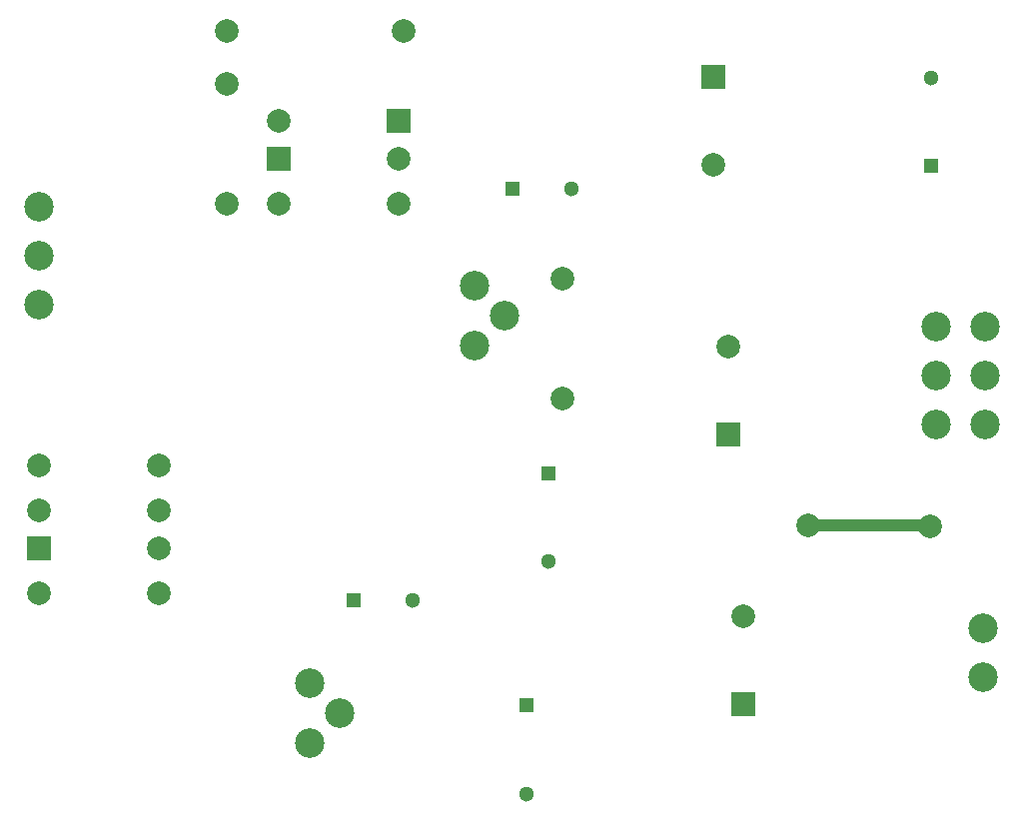
<source format=gbr>
G04 #@! TF.FileFunction,Copper,L1,Top,Signal*
%FSLAX46Y46*%
G04 Gerber Fmt 4.6, Leading zero omitted, Abs format (unit mm)*
G04 Created by KiCad (PCBNEW 4.0.7) date 04/22/18 21:31:13*
%MOMM*%
%LPD*%
G01*
G04 APERTURE LIST*
%ADD10C,0.100000*%
%ADD11R,1.300000X1.300000*%
%ADD12C,1.300000*%
%ADD13C,1.998980*%
%ADD14R,1.998980X1.998980*%
%ADD15C,2.499360*%
%ADD16R,2.000000X2.000000*%
%ADD17C,2.000000*%
%ADD18C,1.000000*%
G04 APERTURE END LIST*
D10*
D11*
X163830000Y-67945000D03*
D12*
X163830000Y-60445000D03*
D13*
X88265000Y-104140000D03*
X98425000Y-104140000D03*
X88265000Y-97155000D03*
X98425000Y-97155000D03*
X118745000Y-67310000D03*
D14*
X108585000Y-67310000D03*
D13*
X108585000Y-64135000D03*
D14*
X118745000Y-64135000D03*
D13*
X98425000Y-100327460D03*
D14*
X88265000Y-100327460D03*
D15*
X125171200Y-78105000D03*
X125171200Y-83185000D03*
X127711200Y-80645000D03*
X111201200Y-111760000D03*
X111201200Y-116840000D03*
X113741200Y-114300000D03*
D13*
X104140000Y-71120000D03*
X104140000Y-60960000D03*
X108585000Y-71120000D03*
X118745000Y-71120000D03*
X119140000Y-56515000D03*
X104140000Y-56515000D03*
X88265000Y-93345000D03*
X98425000Y-93345000D03*
X132588000Y-87630000D03*
X132588000Y-77470000D03*
D11*
X128350000Y-69850000D03*
D12*
X133350000Y-69850000D03*
D11*
X114935000Y-104775000D03*
D12*
X119935000Y-104775000D03*
D11*
X129540000Y-113665000D03*
D12*
X129540000Y-121165000D03*
D16*
X145415000Y-60385000D03*
D17*
X145415000Y-67885000D03*
D16*
X147955000Y-113605000D03*
D17*
X147955000Y-106105000D03*
D11*
X131445000Y-93980000D03*
D12*
X131445000Y-101480000D03*
D16*
X146685000Y-90745000D03*
D17*
X146685000Y-83245000D03*
D15*
X88265000Y-75565000D03*
X88265000Y-71424800D03*
X88265000Y-79705200D03*
X168275000Y-111290100D03*
X168264840Y-107149900D03*
X164299900Y-81584800D03*
X164299900Y-85725000D03*
X164299900Y-89865200D03*
X168440100Y-81584800D03*
X168440100Y-85725000D03*
X168440100Y-89865200D03*
D17*
X163803485Y-98494441D03*
X153454275Y-98450957D03*
D18*
X163760001Y-98450957D02*
X163803485Y-98494441D01*
X153454275Y-98450957D02*
X163760001Y-98450957D01*
M02*

</source>
